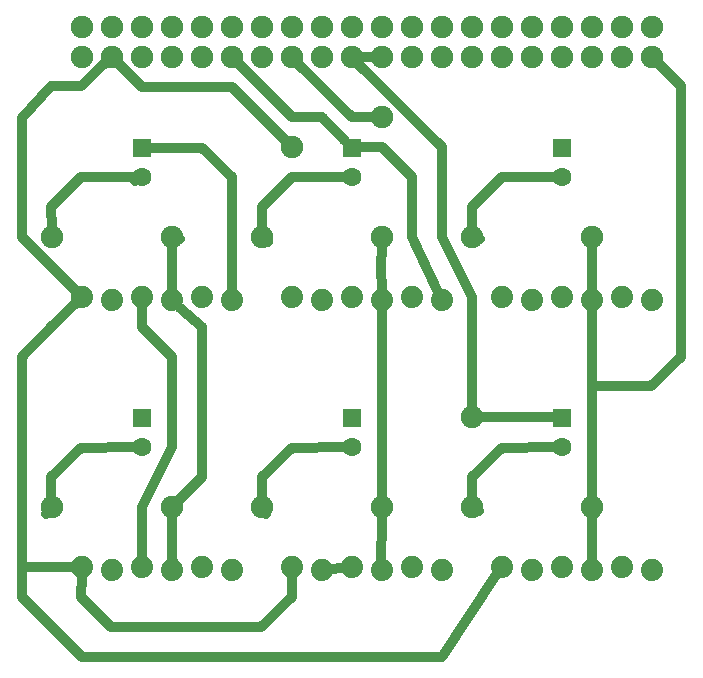
<source format=gbl>
G04 MADE WITH FRITZING*
G04 WWW.FRITZING.ORG*
G04 DOUBLE SIDED*
G04 HOLES PLATED*
G04 CONTOUR ON CENTER OF CONTOUR VECTOR*
%ASAXBY*%
%FSLAX23Y23*%
%MOIN*%
%OFA0B0*%
%SFA1.0B1.0*%
%ADD10C,0.075000*%
%ADD11C,0.062992*%
%ADD12C,0.074000*%
%ADD13C,0.075433*%
%ADD14C,0.074667*%
%ADD15C,0.074695*%
%ADD16R,0.062992X0.062992*%
%ADD17C,0.032000*%
%LNCOPPER0*%
G90*
G70*
G54D10*
X1702Y708D03*
X2102Y708D03*
X1002Y708D03*
X1402Y708D03*
X302Y708D03*
X702Y708D03*
X1002Y1608D03*
X1402Y1608D03*
X302Y1608D03*
X702Y1608D03*
X1702Y1608D03*
X2102Y1608D03*
G54D11*
X1302Y1006D03*
X1302Y908D03*
X2002Y1006D03*
X2002Y908D03*
X602Y1006D03*
X602Y908D03*
X2002Y1906D03*
X2002Y1808D03*
X1302Y1906D03*
X1302Y1808D03*
X602Y1906D03*
X602Y1808D03*
G54D12*
X902Y1398D03*
X802Y1408D03*
X702Y1398D03*
X602Y1408D03*
X502Y1398D03*
X402Y1408D03*
X1602Y1398D03*
X1502Y1408D03*
X1402Y1398D03*
X1302Y1408D03*
X1202Y1398D03*
X1102Y1408D03*
X2302Y1398D03*
X2202Y1408D03*
X2102Y1398D03*
X2002Y1408D03*
X1902Y1398D03*
X1802Y1408D03*
X902Y498D03*
X802Y508D03*
X702Y498D03*
X602Y508D03*
X502Y498D03*
X402Y508D03*
X1602Y498D03*
X1502Y508D03*
X1402Y498D03*
X1302Y508D03*
X1202Y498D03*
X1102Y508D03*
X2302Y498D03*
X2202Y508D03*
X2102Y498D03*
X2002Y508D03*
X1902Y498D03*
X1802Y508D03*
G54D13*
X1402Y2008D03*
X1702Y1008D03*
X1102Y1908D03*
G54D14*
X402Y2208D03*
X502Y2208D03*
X602Y2208D03*
X702Y2208D03*
G54D15*
X802Y2208D03*
G54D14*
X902Y2208D03*
X1002Y2208D03*
X1102Y2208D03*
X1202Y2208D03*
G54D15*
X1302Y2208D03*
G54D14*
X1402Y2208D03*
G54D15*
X1502Y2208D03*
G54D14*
X1602Y2208D03*
X1702Y2208D03*
X1802Y2208D03*
X1902Y2208D03*
G54D15*
X2002Y2208D03*
G54D14*
X2102Y2208D03*
X2202Y2208D03*
X2302Y2208D03*
X2302Y2308D03*
X2202Y2308D03*
X2102Y2308D03*
G54D15*
X2002Y2308D03*
G54D14*
X1902Y2308D03*
X1802Y2308D03*
X1702Y2308D03*
X1602Y2308D03*
G54D15*
X1502Y2308D03*
G54D14*
X1402Y2308D03*
G54D15*
X1302Y2308D03*
G54D14*
X1202Y2308D03*
X1102Y2308D03*
X1002Y2308D03*
X902Y2308D03*
G54D15*
X802Y2308D03*
G54D14*
X702Y2308D03*
X602Y2308D03*
X502Y2308D03*
X402Y2308D03*
G54D16*
X1302Y1006D03*
X2002Y1006D03*
X602Y1006D03*
X2002Y1906D03*
X1302Y1906D03*
X602Y1906D03*
G54D17*
X2102Y707D02*
X2102Y529D01*
D02*
X2109Y680D02*
X2102Y707D01*
D02*
X1704Y807D02*
X1804Y906D01*
D02*
X1704Y707D02*
X1704Y807D01*
D02*
X1804Y906D02*
X1975Y908D01*
D02*
X1728Y696D02*
X1704Y707D01*
D02*
X1102Y906D02*
X1275Y908D01*
D02*
X1003Y707D02*
X1003Y807D01*
D02*
X1003Y807D02*
X1102Y906D01*
D02*
X1018Y684D02*
X1003Y707D01*
D02*
X401Y906D02*
X575Y908D01*
D02*
X301Y807D02*
X401Y906D01*
D02*
X301Y707D02*
X301Y807D01*
D02*
X284Y686D02*
X301Y707D01*
D02*
X704Y508D02*
X702Y679D01*
D02*
X708Y529D02*
X704Y508D01*
D02*
X1401Y508D02*
X1402Y679D01*
D02*
X1399Y529D02*
X1401Y508D01*
D02*
X704Y1607D02*
X730Y1602D01*
D02*
X702Y1429D02*
X704Y1607D01*
D02*
X600Y1807D02*
X579Y1794D01*
D02*
X301Y1707D02*
X401Y1807D01*
D02*
X401Y1807D02*
X600Y1807D01*
D02*
X302Y1637D02*
X301Y1707D01*
D02*
X1003Y1607D02*
X1003Y1707D01*
D02*
X1102Y1807D02*
X1275Y1808D01*
D02*
X1003Y1707D02*
X1102Y1807D01*
D02*
X1025Y1591D02*
X1003Y1607D01*
D02*
X1704Y1707D02*
X1804Y1807D01*
D02*
X1804Y1807D02*
X1975Y1808D01*
D02*
X1704Y1607D02*
X1704Y1707D01*
D02*
X1730Y1602D02*
X1704Y1607D01*
D02*
X1502Y1607D02*
X1586Y1431D01*
D02*
X1402Y1908D02*
X1503Y1808D01*
D02*
X1329Y1907D02*
X1402Y1908D01*
D02*
X903Y1807D02*
X902Y1429D01*
D02*
X804Y1906D02*
X903Y1807D01*
D02*
X629Y1906D02*
X804Y1906D01*
D02*
X1402Y737D02*
X1402Y1367D01*
D02*
X1401Y1508D02*
X1402Y1579D01*
D02*
X1402Y1429D02*
X1401Y1508D01*
D02*
X2102Y737D02*
X2102Y1367D01*
D02*
X726Y732D02*
X802Y808D01*
D02*
X2102Y1110D02*
X2102Y1579D01*
D02*
X2401Y1209D02*
X2301Y1110D01*
D02*
X2401Y2110D02*
X2401Y1209D01*
D02*
X2326Y2185D02*
X2401Y2110D01*
D02*
X2301Y1110D02*
X2102Y1110D01*
D02*
X302Y1508D02*
X380Y1430D01*
D02*
X202Y2006D02*
X203Y1607D01*
D02*
X203Y1607D02*
X302Y1508D01*
D02*
X301Y2110D02*
X202Y2006D01*
D02*
X401Y2110D02*
X301Y2110D01*
D02*
X478Y2185D02*
X401Y2110D01*
D02*
X1001Y308D02*
X1102Y409D01*
D02*
X500Y309D02*
X1001Y308D01*
D02*
X401Y408D02*
X500Y309D01*
D02*
X402Y477D02*
X401Y408D01*
D02*
X1102Y2008D02*
X1202Y2007D01*
D02*
X926Y2184D02*
X1102Y2008D01*
D02*
X1202Y2007D02*
X1279Y1929D01*
D02*
X1128Y2181D02*
X1302Y2007D01*
D02*
X1302Y2007D02*
X1368Y2008D01*
D02*
X1334Y2208D02*
X1370Y2208D01*
D02*
X1975Y1007D02*
X1731Y1008D01*
D02*
X526Y2184D02*
X603Y2107D01*
D02*
X603Y2107D02*
X902Y2107D01*
D02*
X902Y2107D02*
X1082Y1928D01*
D02*
X371Y508D02*
X202Y508D01*
D02*
X202Y508D02*
X202Y608D01*
D02*
X202Y608D02*
X203Y1207D01*
D02*
X203Y1207D02*
X302Y1310D01*
D02*
X302Y1310D02*
X380Y1386D01*
D02*
X1785Y482D02*
X1602Y208D01*
D02*
X1602Y208D02*
X402Y208D01*
D02*
X402Y208D02*
X203Y407D01*
D02*
X203Y407D02*
X202Y508D01*
D02*
X202Y508D02*
X371Y508D01*
D02*
X1233Y501D02*
X1271Y505D01*
D02*
X602Y1371D02*
X602Y1308D01*
D02*
X702Y1207D02*
X702Y908D01*
D02*
X602Y1308D02*
X702Y1207D01*
D02*
X702Y908D02*
X602Y708D01*
D02*
X602Y708D02*
X602Y545D01*
D02*
X1102Y409D02*
X1102Y477D01*
D02*
X1602Y1908D02*
X1325Y2185D01*
D02*
X1603Y1908D02*
X1603Y1607D01*
D02*
X1603Y1607D02*
X1602Y1908D01*
D02*
X1603Y1607D02*
X1603Y1908D01*
D02*
X1702Y1409D02*
X1603Y1607D01*
D02*
X1702Y1208D02*
X1702Y1409D01*
D02*
X1702Y1037D02*
X1702Y1208D01*
D02*
X1502Y1807D02*
X1502Y1607D01*
D02*
X1503Y1808D02*
X1502Y1807D01*
D02*
X802Y1308D02*
X729Y1373D01*
D02*
X802Y808D02*
X802Y1308D01*
G04 End of Copper0*
M02*
</source>
